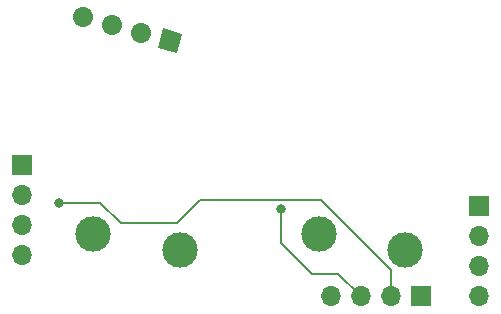
<source format=gbr>
G04 #@! TF.GenerationSoftware,KiCad,Pcbnew,(5.1.4)-1*
G04 #@! TF.CreationDate,2023-09-09T05:31:27-04:00*
G04 #@! TF.ProjectId,ThumbsUp,5468756d-6273-4557-902e-6b696361645f,rev?*
G04 #@! TF.SameCoordinates,Original*
G04 #@! TF.FileFunction,Copper,L1,Top*
G04 #@! TF.FilePolarity,Positive*
%FSLAX46Y46*%
G04 Gerber Fmt 4.6, Leading zero omitted, Abs format (unit mm)*
G04 Created by KiCad (PCBNEW (5.1.4)-1) date 2023-09-09 05:31:27*
%MOMM*%
%LPD*%
G04 APERTURE LIST*
%ADD10C,3.000000*%
%ADD11O,1.700000X1.700000*%
%ADD12R,1.700000X1.700000*%
%ADD13C,1.700000*%
%ADD14C,1.700000*%
%ADD15C,0.100000*%
%ADD16C,0.800000*%
%ADD17C,0.200000*%
G04 APERTURE END LIST*
D10*
X162600000Y-351751918D03*
X169900000Y-353101918D03*
X181679545Y-351751918D03*
X188979545Y-353101918D03*
D11*
X156554489Y-353479102D03*
X156554489Y-350939102D03*
X156554489Y-348399102D03*
D12*
X156554489Y-345859102D03*
D13*
X161731252Y-333404931D03*
D14*
X161731252Y-333404931D02*
X161731252Y-333404931D01*
D13*
X164184704Y-334062331D03*
D14*
X164184704Y-334062331D02*
X164184704Y-334062331D01*
D13*
X166638155Y-334719732D03*
D14*
X166638155Y-334719732D02*
X166638155Y-334719732D01*
D13*
X169091607Y-335377132D03*
D15*
G36*
X169692648Y-336418165D02*
G01*
X168050574Y-335978173D01*
X168490566Y-334336099D01*
X170132640Y-334776091D01*
X169692648Y-336418165D01*
X169692648Y-336418165D01*
G37*
D11*
X182686132Y-357031045D03*
X185226132Y-357031045D03*
X187766132Y-357031045D03*
D12*
X190306132Y-357031045D03*
D11*
X195276987Y-356963573D03*
X195276987Y-354423573D03*
X195276987Y-351883573D03*
D12*
X195276987Y-349343573D03*
D16*
X178500000Y-349600000D03*
X159700000Y-349100000D03*
D17*
X185226132Y-357031045D02*
X183295087Y-355100000D01*
X183295087Y-355100000D02*
X181100000Y-355100000D01*
X178500000Y-350165685D02*
X178500000Y-349600000D01*
X178500000Y-352500000D02*
X178500000Y-350165685D01*
X181100000Y-355100000D02*
X178500000Y-352500000D01*
X187766132Y-354766132D02*
X181900000Y-348900000D01*
X171600000Y-348900000D02*
X169700000Y-350800000D01*
X181900000Y-348900000D02*
X171600000Y-348900000D01*
X160265685Y-349100000D02*
X159700000Y-349100000D01*
X163200000Y-349100000D02*
X160265685Y-349100000D01*
X164900000Y-350800000D02*
X163200000Y-349100000D01*
X169700000Y-350800000D02*
X164900000Y-350800000D01*
X187766132Y-357031045D02*
X187766132Y-354766132D01*
M02*

</source>
